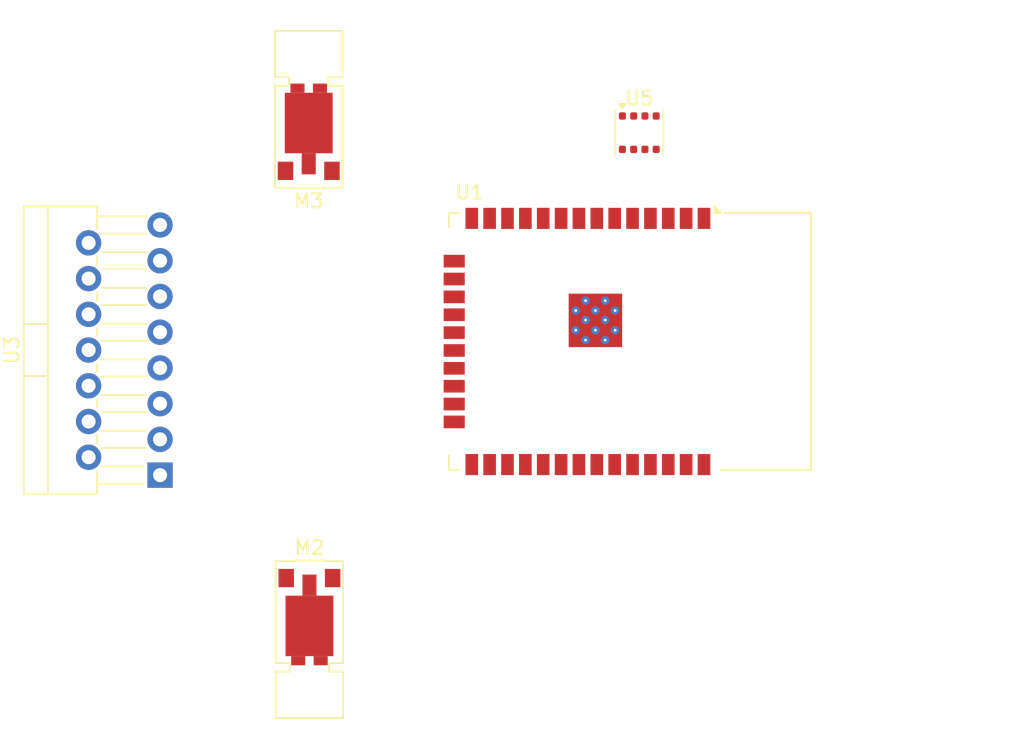
<source format=kicad_pcb>
(kicad_pcb (version 20241229) (generator "pcbnew") (generator_version "9.0")
  (layers (0 "F.Cu" signal) (2 "B.Cu" signal) (13 "F.Paste" user) (15 "B.Paste" user) (5 "F.SilkS" user "F.Silkscreen") (7 "B.SilkS" user "B.Silkscreen") (1 "F.Mask" user) (3 "B.Mask" user) (25 "Edge.Cuts" user))
  (net 0 "")
  (net 1 "GND")
  (net 2 "Net-(M1--)")
  (net 3 "Net-(U1-IO21)")
  (net 4 "Net-(U1-IO14)")
  (net 6 "Net-(U1-IO26)")
  (net 7 "Net-(U1-IO22)")
  (net 8 "Net-(U1-IO32)")
  (net 9 "Net-(U1-IO27)")
  (net 10 "Net-(U1-VDD)")
  (net 11 "Net-(M1-PWM)")
  (net 12 "Net-(U1-IO33)")
  (net 13 "Net-(U1-IO25)")
  (net 14 "Net-(M2-+)")
  (net 15 "Net-(M3-+)")
  (net 16 "+5V")
  (net 17 "Net-(M2--)")
  (net 18 "+12V")
  (net 19 "Net-(M3--)")
  (footprint "Package_TO_SOT_THT:TO-220-15_P2.54x5.08mm_StaggerOdd_Lead4.58mm_Vertical" (layer "F.Cu") (at 71.33 79.08 90)
    (property "Reference" "U3" (at 8.89 -10.53 90) (layer "F.SilkS"))
    (property "Value" "L298N")
    (fp_line (start 19.1 -9.69) (end 19.1 -4.47) (stroke (width 0.12)) (layer "F.SilkS"))
    (fp_line (start 10.74 -9.69) (end 10.74 -7.98) (stroke (width 0.12)) (layer "F.SilkS"))
    (fp_line (start 7.04 -9.69) (end 7.04 -7.98) (stroke (width 0.12)) (layer "F.SilkS"))
    (fp_line (start -1.32 -9.69) (end 19.1 -9.69) (stroke (width 0.12)) (layer "F.SilkS"))
    (fp_line (start -1.32 -7.98) (end 19.1 -7.98) (stroke (width 0.12)) (layer "F.SilkS"))
    (fp_line (start 19.1 -4.47) (end 17.497 -4.47) (stroke (width 0.12)) (layer "F.SilkS"))
    (fp_line (start 18.39 -4.47) (end 18.39 -0.987) (stroke (width 0.12)) (layer "F.SilkS"))
    (fp_line (start 15.523 -4.47) (end 14.957 -4.47) (stroke (width 0.12)) (layer "F.SilkS"))
    (fp_line (start 12.983 -4.47) (end 12.417 -4.47) (stroke (width 0.12)) (layer "F.SilkS"))
    (fp_line (start 10.443 -4.47) (end 9.877 -4.47) (stroke (width 0.12)) (layer "F.SilkS"))
    (fp_line (start 7.903 -4.47) (end 7.337 -4.47) (stroke (width 0.12)) (layer "F.SilkS"))
    (fp_line (start 5.363 -4.47) (end 4.797 -4.47) (stroke (width 0.12)) (layer "F.SilkS"))
    (fp_line (start 2.823 -4.47) (end 2.257 -4.47) (stroke (width 0.12)) (layer "F.SilkS"))
    (fp_line (start 0.283 -4.47) (end -1.32 -4.47) (stroke (width 0.12)) (layer "F.SilkS"))
    (fp_line (start -0.61 -4.47) (end -0.61 -1.16) (stroke (width 0.12)) (layer "F.SilkS"))
    (fp_line (start -1.32 -4.47) (end -1.32 -9.69) (stroke (width 0.12)) (layer "F.SilkS"))
    (fp_line (start 17.17 -4.126) (end 17.17 -0.987) (stroke (width 0.12)) (layer "F.SilkS"))
    (fp_line (start 15.85 -4.126) (end 15.85 -0.987) (stroke (width 0.12)) (layer "F.SilkS"))
    (fp_line (start 14.63 -4.126) (end 14.63 -0.987) (stroke (width 0.12)) (layer "F.SilkS"))
    (fp_line (start 13.31 -4.126) (end 13.31 -0.987) (stroke (width 0.12)) (layer "F.SilkS"))
    (fp_line (start 12.09 -4.126) (end 12.09 -0.987) (stroke (width 0.12)) (layer "F.SilkS"))
    (fp_line (start 10.77 -4.126) (end 10.77 -0.987) (stroke (width 0.12)) (layer "F.SilkS"))
    (fp_line (start 9.55 -4.126) (end 9.55 -0.987) (stroke (width 0.12)) (layer "F.SilkS"))
    (fp_line (start 8.23 -4.126) (end 8.23 -0.987) (stroke (width 0.12)) (layer "F.SilkS"))
    (fp_line (start 7.01 -4.126) (end 7.01 -0.987) (stroke (width 0.12)) (layer "F.SilkS"))
    (fp_line (start 5.69 -4.126) (end 5.69 -0.987) (stroke (width 0.12)) (layer "F.SilkS"))
    (fp_line (start 4.47 -4.126) (end 4.47 -0.987) (stroke (width 0.12)) (layer "F.SilkS"))
    (fp_line (start 3.15 -4.126) (end 3.15 -0.987) (stroke (width 0.12)) (layer "F.SilkS"))
    (fp_line (start 1.93 -4.126) (end 1.93 -0.987) (stroke (width 0.12)) (layer "F.SilkS"))
    (fp_line (start 0.61 -4.126) (end 0.61 -1.16) (stroke (width 0.12)) (layer "F.SilkS"))
    (pad "1" thru_hole rect (at 0 0 90) (size 1.8 1.8) (drill 1) (layers "*.Cu" "*.Mask") (net 1 "GND"))
    (pad "2" thru_hole circle (at 1.27 -5.08 90) (size 1.8 1.8) (drill 1) (layers "*.Cu" "*.Mask") (net 14 "Net-(M2-+)"))
    (pad "3" thru_hole circle (at 2.54 0 90) (size 1.8 1.8) (drill 1) (layers "*.Cu" "*.Mask") (net 17 "Net-(M2--)"))
    (pad "4" thru_hole circle (at 3.81 -5.08 90) (size 1.8 1.8) (drill 1) (layers "*.Cu" "*.Mask") (net 18 "+12V"))
    (pad "5" thru_hole circle (at 5.08 0 90) (size 1.8 1.8) (drill 1) (layers "*.Cu" "*.Mask") (net 6 "Net-(U1-IO26)"))
    (pad "6" thru_hole circle (at 6.35 -5.08 90) (size 1.8 1.8) (drill 1) (layers "*.Cu" "*.Mask") (net 13 "Net-(U1-IO25)"))
    (pad "7" thru_hole circle (at 7.62 0 90) (size 1.8 1.8) (drill 1) (layers "*.Cu" "*.Mask") (net 9 "Net-(U1-IO27)"))
    (pad "8" thru_hole circle (at 8.89 -5.08 90) (size 1.8 1.8) (drill 1) (layers "*.Cu" "*.Mask") (net 1 "GND"))
    (pad "9" thru_hole circle (at 10.16 0 90) (size 1.8 1.8) (drill 1) (layers "*.Cu" "*.Mask") (net 16 "+5V"))
    (pad "10" thru_hole circle (at 11.43 -5.08 90) (size 1.8 1.8) (drill 1) (layers "*.Cu" "*.Mask") (net 8 "Net-(U1-IO32)"))
    (pad "11" thru_hole circle (at 12.7 0 90) (size 1.8 1.8) (drill 1) (layers "*.Cu" "*.Mask") (net 4 "Net-(U1-IO14)"))
    (pad "12" thru_hole circle (at 13.97 -5.08 90) (size 1.8 1.8) (drill 1) (layers "*.Cu" "*.Mask") (net 12 "Net-(U1-IO33)"))
    (pad "13" thru_hole circle (at 15.24 0 90) (size 1.8 1.8) (drill 1) (layers "*.Cu" "*.Mask") (net 15 "Net-(M3-+)"))
    (pad "14" thru_hole circle (at 16.51 -5.08 90) (size 1.8 1.8) (drill 1) (layers "*.Cu" "*.Mask") (net 19 "Net-(M3--)"))
    (pad "15" thru_hole circle (at 17.78 0 90) (size 1.8 1.8) (drill 1) (layers "*.Cu" "*.Mask") (net 1 "GND"))
  )
  (footprint "Package_LGA:Bosch_LGA-8_3x3mm_P0.8mm_ClockwisePinNumbering" (layer "F.Cu") (at 105.4 54.7375)
    (property "Reference" "U5" (at 0 -2.45 0) (layer "F.SilkS"))
    (property "Value" "BME680")
    (fp_line (start -1.71 1.61) (end -1.71 -1.61) (stroke (width 0.12)) (layer "F.SilkS"))
    (fp_line (start 1.71 -1.61) (end 1.71 1.61) (stroke (width 0.12)) (layer "F.SilkS"))
    (fp_poly (pts (xy -1.21 -1.72) (xy -1.45 -2.05) (xy -0.97 -2.05)) (stroke (width 0.12)) (fill yes) (layer "F.SilkS"))
    (pad "1" smd roundrect (at -1.2 -1.1875) (size 0.5 0.525) (layers "F.Cu" "F.Mask" "F.Paste") (net 2 "Net-(M1--)"))
    (pad "2" smd roundrect (at -0.4 -1.1875) (size 0.5 0.525) (layers "F.Cu" "F.Mask" "F.Paste") (net 10 "Net-(U1-VDD)"))
    (pad "3" smd roundrect (at 0.4 -1.1875) (size 0.5 0.525) (layers "F.Cu" "F.Mask" "F.Paste") (net 3 "Net-(U1-IO21)"))
    (pad "4" smd roundrect (at 1.2 -1.1875) (size 0.5 0.525) (layers "F.Cu" "F.Mask" "F.Paste") (net 7 "Net-(U1-IO22)"))
    (pad "5" smd roundrect (at 1.2 1.1875) (size 0.5 0.525) (layers "F.Cu" "F.Mask" "F.Paste") (net 2 "Net-(M1--)"))
    (pad "6" smd roundrect (at 0.4 1.1875) (size 0.5 0.525) (layers "F.Cu" "F.Mask" "F.Paste") (net 10 "Net-(U1-VDD)"))
    (pad "7" smd roundrect (at -0.4 1.1875) (size 0.5 0.525) (layers "F.Cu" "F.Mask" "F.Paste") (net 2 "Net-(M1--)"))
    (pad "8" smd roundrect (at -1.2 1.1875) (size 0.5 0.525) (layers "F.Cu" "F.Mask" "F.Paste") (net 10 "Net-(U1-VDD)"))
  )
  (footprint "Motors:Vybronics_VZ30C1T8219732L" (layer "F.Cu") (at 81.9 53.1 180)
    (property "Reference" "M3" (at 0 -6.5 0) (layer "F.SilkS"))
    (property "Value" "Motor_DC")
    (fp_line (start 2.4 5.6) (end -2.4 5.6) (stroke (width 0.12)) (layer "F.SilkS"))
    (fp_line (start 2.4 2.3) (end 2.4 5.6) (stroke (width 0.12)) (layer "F.SilkS"))
    (fp_line (start 2.4 1.7) (end 1.4 1.7) (stroke (width 0.12)) (layer "F.SilkS"))
    (fp_line (start 2.4 -5.2) (end 2.4 1.7) (stroke (width 0.12)) (layer "F.SilkS"))
    (fp_line (start 2.4 -5.55) (end 2.4 -5.2) (stroke (width 0.12)) (layer "F.SilkS"))
    (fp_line (start 1.4 2.3) (end 2.4 2.3) (stroke (width 0.12)) (layer "F.SilkS"))
    (fp_line (start 1.4 1.7) (end 1.4 2.3) (stroke (width 0.12)) (layer "F.SilkS"))
    (fp_line (start 1.05 -5.55) (end 2.4 -5.55) (stroke (width 0.12)) (layer "F.SilkS"))
    (fp_line (start 1.05 -5.6) (end 1.05 -5.55) (stroke (width 0.12)) (layer "F.SilkS"))
    (fp_line (start -1.05 -5.55) (end -1.05 -5.6) (stroke (width 0.12)) (layer "F.SilkS"))
    (fp_line (start -1.05 -5.6) (end 1.05 -5.6) (stroke (width 0.12)) (layer "F.SilkS"))
    (fp_line (start -1.4 2.3) (end -1.4 1.7) (stroke (width 0.12)) (layer "F.SilkS"))
    (fp_line (start -1.4 1.7) (end -2.4 1.7) (stroke (width 0.12)) (layer "F.SilkS"))
    (fp_line (start -2.4 5.6) (end -2.4 2.3) (stroke (width 0.12)) (layer "F.SilkS"))
    (fp_line (start -2.4 2.3) (end -1.4 2.3) (stroke (width 0.12)) (layer "F.SilkS"))
    (fp_line (start -2.4 1.7) (end -2.4 -5.2) (stroke (width 0.12)) (layer "F.SilkS"))
    (fp_line (start -2.4 -5.2) (end -2.4 -5.55) (stroke (width 0.12)) (layer "F.SilkS"))
    (fp_line (start -2.4 -5.55) (end -1.05 -5.55) (stroke (width 0.12)) (layer "F.SilkS"))
    (pad "1" smd rect (at -1.65 -4.35 90) (size 1.3 1.1) (layers "F.Cu" "F.Mask" "F.Paste") (net 15 "Net-(M3-+)"))
    (pad "2" smd rect (at 1.65 -4.35 90) (size 1.3 1.1) (layers "F.Cu" "F.Mask" "F.Paste") (net 19 "Net-(M3--)"))
    (pad "SH" smd rect (at -0.8 1.525 180) (size 1 0.65) (layers "F.Cu" "F.Mask" "F.Paste"))
    (pad "SH" smd rect (at 0 -3.85 90) (size 1.5 1) (layers "F.Cu" "F.Mask" "F.Paste"))
    (pad "SH" smd rect (at 0 -0.95 90) (size 4.3 3.4) (layers "F.Cu" "F.Mask"))
    (pad "SH" smd rect (at 0.8 1.525 180) (size 1 0.65) (layers "F.Cu" "F.Mask" "F.Paste"))
  )
  (footprint "Motors:Vybronics_VZ30C1T8219732L" (layer "F.Cu") (at 81.95 90.75)
    (property "Reference" "M2" (at 0 -6.5 0) (layer "F.SilkS"))
    (property "Value" "Motor_DC")
    (fp_line (start -2.4 -5.55) (end -1.05 -5.55) (stroke (width 0.12)) (layer "F.SilkS"))
    (fp_line (start -2.4 -5.2) (end -2.4 -5.55) (stroke (width 0.12)) (layer "F.SilkS"))
    (fp_line (start -2.4 1.7) (end -2.4 -5.2) (stroke (width 0.12)) (layer "F.SilkS"))
    (fp_line (start -2.4 2.3) (end -1.4 2.3) (stroke (width 0.12)) (layer "F.SilkS"))
    (fp_line (start -2.4 5.6) (end -2.4 2.3) (stroke (width 0.12)) (layer "F.SilkS"))
    (fp_line (start -1.4 1.7) (end -2.4 1.7) (stroke (width 0.12)) (layer "F.SilkS"))
    (fp_line (start -1.4 2.3) (end -1.4 1.7) (stroke (width 0.12)) (layer "F.SilkS"))
    (fp_line (start -1.05 -5.6) (end 1.05 -5.6) (stroke (width 0.12)) (layer "F.SilkS"))
    (fp_line (start -1.05 -5.55) (end -1.05 -5.6) (stroke (width 0.12)) (layer "F.SilkS"))
    (fp_line (start 1.05 -5.6) (end 1.05 -5.55) (stroke (width 0.12)) (layer "F.SilkS"))
    (fp_line (start 1.05 -5.55) (end 2.4 -5.55) (stroke (width 0.12)) (layer "F.SilkS"))
    (fp_line (start 1.4 1.7) (end 1.4 2.3) (stroke (width 0.12)) (layer "F.SilkS"))
    (fp_line (start 1.4 2.3) (end 2.4 2.3) (stroke (width 0.12)) (layer "F.SilkS"))
    (fp_line (start 2.4 -5.55) (end 2.4 -5.2) (stroke (width 0.12)) (layer "F.SilkS"))
    (fp_line (start 2.4 -5.2) (end 2.4 1.7) (stroke (width 0.12)) (layer "F.SilkS"))
    (fp_line (start 2.4 1.7) (end 1.4 1.7) (stroke (width 0.12)) (layer "F.SilkS"))
    (fp_line (start 2.4 2.3) (end 2.4 5.6) (stroke (width 0.12)) (layer "F.SilkS"))
    (fp_line (start 2.4 5.6) (end -2.4 5.6) (stroke (width 0.12)) (layer "F.SilkS"))
    (pad "1" smd rect (at -1.65 -4.35 270) (size 1.3 1.1) (layers "F.Cu" "F.Mask" "F.Paste") (net 14 "Net-(M2-+)"))
    (pad "2" smd rect (at 1.65 -4.35 270) (size 1.3 1.1) (layers "F.Cu" "F.Mask" "F.Paste") (net 17 "Net-(M2--)"))
    (pad "SH" smd rect (at -0.8 1.525) (size 1 0.65) (layers "F.Cu" "F.Mask" "F.Paste"))
    (pad "SH" smd rect (at 0 -3.85 270) (size 1.5 1) (layers "F.Cu" "F.Mask" "F.Paste"))
    (pad "SH" smd rect (at 0 -0.95 270) (size 4.3 3.4) (layers "F.Cu" "F.Mask"))
    (pad "SH" smd rect (at 0.8 1.525) (size 1 0.65) (layers "F.Cu" "F.Mask" "F.Paste"))
  )
  (footprint "RF_Module:ESP32-WROOM-32D" (layer "F.Cu") (at 101.75 69.58 -90)
    (property "Reference" "U1" (at -10.61 8.43 0) (layer "F.SilkS"))
    (property "Value" "ESP32-WROOM-32D")
    (fp_line (start -9.12 9.88) (end -8.12 9.88) (stroke (width 0.12)) (layer "F.SilkS"))
    (fp_line (start 9.12 9.88) (end 8.12 9.88) (stroke (width 0.12)) (layer "F.SilkS"))
    (fp_line (start -9.12 9.1) (end -9.12 9.88) (stroke (width 0.12)) (layer "F.SilkS"))
    (fp_line (start 9.12 9.1) (end 9.12 9.88) (stroke (width 0.12)) (layer "F.SilkS"))
    (fp_line (start -9.12 -15.86) (end -9.12 -9.7) (stroke (width 0.12)) (layer "F.SilkS"))
    (fp_line (start -9.12 -15.86) (end 9.12 -15.86) (stroke (width 0.12)) (layer "F.SilkS"))
    (fp_line (start 9.12 -15.86) (end 9.12 -9.445) (stroke (width 0.12)) (layer "F.SilkS"))
    (fp_poly (pts (xy -9.125 -8.975) (xy -9.625 -8.975) (xy -9.125 -9.475) (xy -9.125 -8.975)) (stroke (width 0.12)) (fill yes) (layer "F.SilkS"))
    (pad "1" smd rect (at -8.75 -8.25 270) (size 1.5 0.9) (layers "F.Cu" "F.Mask" "F.Paste") (net 2 "Net-(M1--)"))
    (pad "2" smd rect (at -8.75 -6.98 270) (size 1.5 0.9) (layers "F.Cu" "F.Mask" "F.Paste") (net 10 "Net-(U1-VDD)"))
    (pad "3" smd rect (at -8.75 -5.71 270) (size 1.5 0.9) (layers "F.Cu" "F.Mask" "F.Paste") (net 1 "GND"))
    (pad "4" smd rect (at -8.75 -4.44 270) (size 1.5 0.9) (layers "F.Cu" "F.Mask" "F.Paste") (net 1 "GND"))
    (pad "5" smd rect (at -8.75 -3.17 270) (size 1.5 0.9) (layers "F.Cu" "F.Mask" "F.Paste") (net 1 "GND"))
    (pad "6" smd rect (at -8.75 -1.9 270) (size 1.5 0.9) (layers "F.Cu" "F.Mask" "F.Paste") (net 1 "GND"))
    (pad "7" smd rect (at -8.75 -0.63 270) (size 1.5 0.9) (layers "F.Cu" "F.Mask" "F.Paste") (net 1 "GND"))
    (pad "8" smd rect (at -8.75 0.64 270) (size 1.5 0.9) (layers "F.Cu" "F.Mask" "F.Paste") (net 8 "Net-(U1-IO32)"))
    (pad "9" smd rect (at -8.75 1.91 270) (size 1.5 0.9) (layers "F.Cu" "F.Mask" "F.Paste") (net 12 "Net-(U1-IO33)"))
    (pad "10" smd rect (at -8.75 3.18 270) (size 1.5 0.9) (layers "F.Cu" "F.Mask" "F.Paste") (net 13 "Net-(U1-IO25)"))
    (pad "11" smd rect (at -8.75 4.45 270) (size 1.5 0.9) (layers "F.Cu" "F.Mask" "F.Paste") (net 6 "Net-(U1-IO26)"))
    (pad "12" smd rect (at -8.75 5.72 270) (size 1.5 0.9) (layers "F.Cu" "F.Mask" "F.Paste") (net 9 "Net-(U1-IO27)"))
    (pad "13" smd rect (at -8.75 6.99 270) (size 1.5 0.9) (layers "F.Cu" "F.Mask" "F.Paste") (net 4 "Net-(U1-IO14)"))
    (pad "14" smd rect (at -8.75 8.26 270) (size 1.5 0.9) (layers "F.Cu" "F.Mask" "F.Paste") (net 1 "GND"))
    (pad "15" smd rect (at -5.71 9.51) (size 1.5 0.9) (layers "F.Cu" "F.Mask" "F.Paste") (net 2 "Net-(M1--)"))
    (pad "16" smd rect (at -4.44 9.51) (size 1.5 0.9) (layers "F.Cu" "F.Mask" "F.Paste") (net 1 "GND"))
    (pad "17" smd rect (at -3.17 9.51) (size 1.5 0.9) (layers "F.Cu" "F.Mask" "F.Paste") (net 1 "GND"))
    (pad "18" smd rect (at -1.9 9.51) (size 1.5 0.9) (layers "F.Cu" "F.Mask" "F.Paste") (net 1 "GND"))
    (pad "19" smd rect (at -0.63 9.51) (size 1.5 0.9) (layers "F.Cu" "F.Mask" "F.Paste") (net 1 "GND"))
    (pad "20" smd rect (at 0.64 9.51) (size 1.5 0.9) (layers "F.Cu" "F.Mask" "F.Paste") (net 1 "GND"))
    (pad "21" smd rect (at 1.91 9.51) (size 1.5 0.9) (layers "F.Cu" "F.Mask" "F.Paste") (net 1 "GND"))
    (pad "22" smd rect (at 3.18 9.51) (size 1.5 0.9) (layers "F.Cu" "F.Mask" "F.Paste") (net 1 "GND"))
    (pad "23" smd rect (at 4.45 9.51) (size 1.5 0.9) (layers "F.Cu" "F.Mask" "F.Paste") (net 1 "GND"))
    (pad "24" smd rect (at 5.72 9.51) (size 1.5 0.9) (layers "F.Cu" "F.Mask" "F.Paste") (net 1 "GND"))
    (pad "25" smd rect (at 8.75 8.26 270) (size 1.5 0.9) (layers "F.Cu" "F.Mask" "F.Paste") (net 1 "GND"))
    (pad "26" smd rect (at 8.75 6.99 270) (size 1.5 0.9) (layers "F.Cu" "F.Mask" "F.Paste") (net 1 "GND"))
    (pad "27" smd rect (at 8.75 5.72 270) (size 1.5 0.9) (layers "F.Cu" "F.Mask" "F.Paste") (net 1 "GND"))
    (pad "28" smd rect (at 8.75 4.45 270) (size 1.5 0.9) (layers "F.Cu" "F.Mask" "F.Paste") (net 1 "GND"))
    (pad "29" smd rect (at 8.75 3.18 270) (size 1.5 0.9) (layers "F.Cu" "F.Mask" "F.Paste") (net 1 "GND"))
    (pad "30" smd rect (at 8.75 1.91 270) (size 1.5 0.9) (layers "F.Cu" "F.Mask" "F.Paste") (net 11 "Net-(M1-PWM)"))
    (pad "31" smd rect (at 8.75 0.64 270) (size 1.5 0.9) (layers "F.Cu" "F.Mask" "F.Paste") (net 1 "GND"))
    (pad "32" smd rect (at 8.75 -0.63 270) (size 1.5 0.9) (layers "F.Cu" "F.Mask" "F.Paste"))
    (pad "33" smd rect (at 8.75 -1.9 270) (size 1.5 0.9) (layers "F.Cu" "F.Mask" "F.Paste") (net 3 "Net-(U1-IO21)"))
    (pad "34" smd rect (at 8.75 -3.17 270) (size 1.5 0.9) (layers "F.Cu" "F.Mask" "F.Paste") (net 1 "GND"))
    (pad "35" smd rect (at 8.75 -4.44 270) (size 1.5 0.9) (layers "F.Cu" "F.Mask" "F.Paste") (net 1 "GND"))
    (pad "36" smd rect (at 8.75 -5.71 270) (size 1.5 0.9) (layers "F.Cu" "F.Mask" "F.Paste") (net 7 "Net-(U1-IO22)"))
    (pad "37" smd rect (at 8.75 -6.98 270) (size 1.5 0.9) (layers "F.Cu" "F.Mask" "F.Paste") (net 1 "GND"))
    (pad "38" smd rect (at 8.75 -8.25 270) (size 1.5 0.9) (layers "F.Cu" "F.Mask" "F.Paste") (net 2 "Net-(M1--)"))
    (pad "39" smd rect (at -2.9 -1.93 270) (size 0.9 0.9) (layers "F.Cu" "F.Paste") (net 2 "Net-(M1--)"))
    (pad "39" thru_hole circle (at -2.9 -1.23 270) (size 0.6 0.6) (drill 0.2) (property pad_prop_heatsink) (layers "*.Cu" "F.Mask") (net 2 "Net-(M1--)"))
    (pad "39" smd rect (at -2.9 -0.53 270) (size 0.9 0.9) (layers "F.Cu" "F.Paste") (net 2 "Net-(M1--)"))
    (pad "39" thru_hole circle (at -2.9 0.17 270) (size 0.6 0.6) (drill 0.2) (property pad_prop_heatsink) (layers "*.Cu" "F.Mask") (net 2 "Net-(M1--)"))
    (pad "39" smd rect (at -2.9 0.87 270) (size 0.9 0.9) (layers "F.Cu" "F.Paste") (net 2 "Net-(M1--)"))
    (pad "39" thru_hole circle (at -2.2 -1.93 270) (size 0.6 0.6) (drill 0.2) (property pad_prop_heatsink) (layers "*.Cu" "F.Mask") (net 2 "Net-(M1--)"))
    (pad "39" thru_hole circle (at -2.2 -0.53 270) (size 0.6 0.6) (drill 0.2) (property pad_prop_heatsink) (layers "*.Cu" "F.Mask") (net 2 "Net-(M1--)"))
    (pad "39" thru_hole circle (at -2.2 0.87 270) (size 0.6 0.6) (drill 0.2) (property pad_prop_heatsink) (layers "*.Cu" "F.Mask") (net 2 "Net-(M1--)"))
    (pad "39" thru_hole circle (at -1.525 -1.23 270) (size 0.6 0.6) (drill 0.2) (property pad_prop_heatsink) (layers "*.Cu" "F.Mask") (net 2 "Net-(M1--)"))
    (pad "39" thru_hole circle (at -1.525 0.17 270) (size 0.6 0.6) (drill 0.2) (property pad_prop_heatsink) (layers "*.Cu" "F.Mask") (net 2 "Net-(M1--)"))
    (pad "39" smd rect (at -1.5 -1.93 270) (size 0.9 0.9) (layers "F.Cu" "F.Paste") (net 2 "Net-(M1--)"))
    (pad "39" smd rect (at -1.5 -0.53 270) (size 0.9 0.9) (layers "F.Cu" "F.Paste") (net 2 "Net-(M1--)"))
    (pad "39" smd rect (at -1.5 -0.53 270) (size 3.8 3.8) (property pad_prop_heatsink) (layers "F.Cu" "F.Mask") (net 2 "Net-(M1--)"))
    (pad "39" smd rect (at -1.5 0.87 270) (size 0.9 0.9) (layers "F.Cu" "F.Paste") (net 2 "Net-(M1--)"))
    (pad "39" thru_hole circle (at -0.8 -1.93 270) (size 0.6 0.6) (drill 0.2) (property pad_prop_heatsink) (layers "*.Cu" "F.Mask") (net 2 "Net-(M1--)"))
    (pad "39" thru_hole circle (at -0.8 -0.53 270) (size 0.6 0.6) (drill 0.2) (property pad_prop_heatsink) (layers "*.Cu" "F.Mask") (net 2 "Net-(M1--)"))
    (pad "39" thru_hole circle (at -0.8 0.87 270) (size 0.6 0.6) (drill 0.2) (property pad_prop_heatsink) (layers "*.Cu" "F.Mask") (net 2 "Net-(M1--)"))
    (pad "39" smd rect (at -0.1 -1.93 270) (size 0.9 0.9) (layers "F.Cu" "F.Paste") (net 2 "Net-(M1--)"))
    (pad "39" thru_hole circle (at -0.1 -1.23 270) (size 0.6 0.6) (drill 0.2) (property pad_prop_heatsink) (layers "*.Cu" "F.Mask") (net 2 "Net-(M1--)"))
    (pad "39" smd rect (at -0.1 -0.53 270) (size 0.9 0.9) (layers "F.Cu" "F.Paste") (net 2 "Net-(M1--)"))
    (pad "39" thru_hole circle (at -0.1 0.17 270) (size 0.6 0.6) (drill 0.2) (property pad_prop_heatsink) (layers "*.Cu" "F.Mask") (net 2 "Net-(M1--)"))
    (pad "39" smd rect (at -0.1 0.87 270) (size 0.9 0.9) (layers "F.Cu" "F.Paste") (net 2 "Net-(M1--)"))
  )
)
</source>
